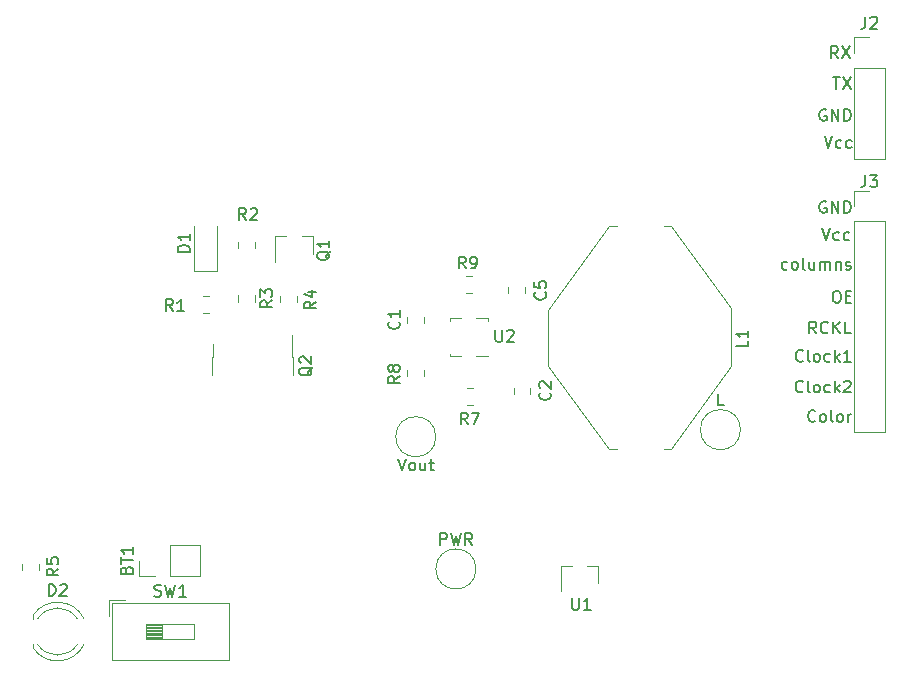
<source format=gbr>
G04 #@! TF.GenerationSoftware,KiCad,Pcbnew,(5.1.5)-3*
G04 #@! TF.CreationDate,2020-12-11T17:28:03+02:00*
G04 #@! TF.ProjectId,led_02,6c65645f-3032-42e6-9b69-6361645f7063,rev?*
G04 #@! TF.SameCoordinates,Original*
G04 #@! TF.FileFunction,Legend,Top*
G04 #@! TF.FilePolarity,Positive*
%FSLAX46Y46*%
G04 Gerber Fmt 4.6, Leading zero omitted, Abs format (unit mm)*
G04 Created by KiCad (PCBNEW (5.1.5)-3) date 2020-12-11 17:28:03*
%MOMM*%
%LPD*%
G04 APERTURE LIST*
%ADD10C,0.150000*%
%ADD11C,0.120000*%
G04 APERTURE END LIST*
D10*
X78209523Y-21052380D02*
X78542857Y-22052380D01*
X78876190Y-21052380D01*
X79638095Y-22004761D02*
X79542857Y-22052380D01*
X79352380Y-22052380D01*
X79257142Y-22004761D01*
X79209523Y-21957142D01*
X79161904Y-21861904D01*
X79161904Y-21576190D01*
X79209523Y-21480952D01*
X79257142Y-21433333D01*
X79352380Y-21385714D01*
X79542857Y-21385714D01*
X79638095Y-21433333D01*
X80495238Y-22004761D02*
X80400000Y-22052380D01*
X80209523Y-22052380D01*
X80114285Y-22004761D01*
X80066666Y-21957142D01*
X80019047Y-21861904D01*
X80019047Y-21576190D01*
X80066666Y-21480952D01*
X80114285Y-21433333D01*
X80209523Y-21385714D01*
X80400000Y-21385714D01*
X80495238Y-21433333D01*
X78338095Y-18800000D02*
X78242857Y-18752380D01*
X78100000Y-18752380D01*
X77957142Y-18800000D01*
X77861904Y-18895238D01*
X77814285Y-18990476D01*
X77766666Y-19180952D01*
X77766666Y-19323809D01*
X77814285Y-19514285D01*
X77861904Y-19609523D01*
X77957142Y-19704761D01*
X78100000Y-19752380D01*
X78195238Y-19752380D01*
X78338095Y-19704761D01*
X78385714Y-19657142D01*
X78385714Y-19323809D01*
X78195238Y-19323809D01*
X78814285Y-19752380D02*
X78814285Y-18752380D01*
X79385714Y-19752380D01*
X79385714Y-18752380D01*
X79861904Y-19752380D02*
X79861904Y-18752380D01*
X80100000Y-18752380D01*
X80242857Y-18800000D01*
X80338095Y-18895238D01*
X80385714Y-18990476D01*
X80433333Y-19180952D01*
X80433333Y-19323809D01*
X80385714Y-19514285D01*
X80338095Y-19609523D01*
X80242857Y-19704761D01*
X80100000Y-19752380D01*
X79861904Y-19752380D01*
X78938095Y-16052380D02*
X79509523Y-16052380D01*
X79223809Y-17052380D02*
X79223809Y-16052380D01*
X79747619Y-16052380D02*
X80414285Y-17052380D01*
X80414285Y-16052380D02*
X79747619Y-17052380D01*
X79333333Y-14452380D02*
X79000000Y-13976190D01*
X78761904Y-14452380D02*
X78761904Y-13452380D01*
X79142857Y-13452380D01*
X79238095Y-13500000D01*
X79285714Y-13547619D01*
X79333333Y-13642857D01*
X79333333Y-13785714D01*
X79285714Y-13880952D01*
X79238095Y-13928571D01*
X79142857Y-13976190D01*
X78761904Y-13976190D01*
X79666666Y-13452380D02*
X80333333Y-14452380D01*
X80333333Y-13452380D02*
X79666666Y-14452380D01*
X77433333Y-45157142D02*
X77385714Y-45204761D01*
X77242857Y-45252380D01*
X77147619Y-45252380D01*
X77004761Y-45204761D01*
X76909523Y-45109523D01*
X76861904Y-45014285D01*
X76814285Y-44823809D01*
X76814285Y-44680952D01*
X76861904Y-44490476D01*
X76909523Y-44395238D01*
X77004761Y-44300000D01*
X77147619Y-44252380D01*
X77242857Y-44252380D01*
X77385714Y-44300000D01*
X77433333Y-44347619D01*
X78004761Y-45252380D02*
X77909523Y-45204761D01*
X77861904Y-45157142D01*
X77814285Y-45061904D01*
X77814285Y-44776190D01*
X77861904Y-44680952D01*
X77909523Y-44633333D01*
X78004761Y-44585714D01*
X78147619Y-44585714D01*
X78242857Y-44633333D01*
X78290476Y-44680952D01*
X78338095Y-44776190D01*
X78338095Y-45061904D01*
X78290476Y-45157142D01*
X78242857Y-45204761D01*
X78147619Y-45252380D01*
X78004761Y-45252380D01*
X78909523Y-45252380D02*
X78814285Y-45204761D01*
X78766666Y-45109523D01*
X78766666Y-44252380D01*
X79433333Y-45252380D02*
X79338095Y-45204761D01*
X79290476Y-45157142D01*
X79242857Y-45061904D01*
X79242857Y-44776190D01*
X79290476Y-44680952D01*
X79338095Y-44633333D01*
X79433333Y-44585714D01*
X79576190Y-44585714D01*
X79671428Y-44633333D01*
X79719047Y-44680952D01*
X79766666Y-44776190D01*
X79766666Y-45061904D01*
X79719047Y-45157142D01*
X79671428Y-45204761D01*
X79576190Y-45252380D01*
X79433333Y-45252380D01*
X80195238Y-45252380D02*
X80195238Y-44585714D01*
X80195238Y-44776190D02*
X80242857Y-44680952D01*
X80290476Y-44633333D01*
X80385714Y-44585714D01*
X80480952Y-44585714D01*
X76385714Y-42657142D02*
X76338095Y-42704761D01*
X76195238Y-42752380D01*
X76100000Y-42752380D01*
X75957142Y-42704761D01*
X75861904Y-42609523D01*
X75814285Y-42514285D01*
X75766666Y-42323809D01*
X75766666Y-42180952D01*
X75814285Y-41990476D01*
X75861904Y-41895238D01*
X75957142Y-41800000D01*
X76100000Y-41752380D01*
X76195238Y-41752380D01*
X76338095Y-41800000D01*
X76385714Y-41847619D01*
X76957142Y-42752380D02*
X76861904Y-42704761D01*
X76814285Y-42609523D01*
X76814285Y-41752380D01*
X77480952Y-42752380D02*
X77385714Y-42704761D01*
X77338095Y-42657142D01*
X77290476Y-42561904D01*
X77290476Y-42276190D01*
X77338095Y-42180952D01*
X77385714Y-42133333D01*
X77480952Y-42085714D01*
X77623809Y-42085714D01*
X77719047Y-42133333D01*
X77766666Y-42180952D01*
X77814285Y-42276190D01*
X77814285Y-42561904D01*
X77766666Y-42657142D01*
X77719047Y-42704761D01*
X77623809Y-42752380D01*
X77480952Y-42752380D01*
X78671428Y-42704761D02*
X78576190Y-42752380D01*
X78385714Y-42752380D01*
X78290476Y-42704761D01*
X78242857Y-42657142D01*
X78195238Y-42561904D01*
X78195238Y-42276190D01*
X78242857Y-42180952D01*
X78290476Y-42133333D01*
X78385714Y-42085714D01*
X78576190Y-42085714D01*
X78671428Y-42133333D01*
X79100000Y-42752380D02*
X79100000Y-41752380D01*
X79195238Y-42371428D02*
X79480952Y-42752380D01*
X79480952Y-42085714D02*
X79100000Y-42466666D01*
X79861904Y-41847619D02*
X79909523Y-41800000D01*
X80004761Y-41752380D01*
X80242857Y-41752380D01*
X80338095Y-41800000D01*
X80385714Y-41847619D01*
X80433333Y-41942857D01*
X80433333Y-42038095D01*
X80385714Y-42180952D01*
X79814285Y-42752380D01*
X80433333Y-42752380D01*
X76385714Y-40057142D02*
X76338095Y-40104761D01*
X76195238Y-40152380D01*
X76100000Y-40152380D01*
X75957142Y-40104761D01*
X75861904Y-40009523D01*
X75814285Y-39914285D01*
X75766666Y-39723809D01*
X75766666Y-39580952D01*
X75814285Y-39390476D01*
X75861904Y-39295238D01*
X75957142Y-39200000D01*
X76100000Y-39152380D01*
X76195238Y-39152380D01*
X76338095Y-39200000D01*
X76385714Y-39247619D01*
X76957142Y-40152380D02*
X76861904Y-40104761D01*
X76814285Y-40009523D01*
X76814285Y-39152380D01*
X77480952Y-40152380D02*
X77385714Y-40104761D01*
X77338095Y-40057142D01*
X77290476Y-39961904D01*
X77290476Y-39676190D01*
X77338095Y-39580952D01*
X77385714Y-39533333D01*
X77480952Y-39485714D01*
X77623809Y-39485714D01*
X77719047Y-39533333D01*
X77766666Y-39580952D01*
X77814285Y-39676190D01*
X77814285Y-39961904D01*
X77766666Y-40057142D01*
X77719047Y-40104761D01*
X77623809Y-40152380D01*
X77480952Y-40152380D01*
X78671428Y-40104761D02*
X78576190Y-40152380D01*
X78385714Y-40152380D01*
X78290476Y-40104761D01*
X78242857Y-40057142D01*
X78195238Y-39961904D01*
X78195238Y-39676190D01*
X78242857Y-39580952D01*
X78290476Y-39533333D01*
X78385714Y-39485714D01*
X78576190Y-39485714D01*
X78671428Y-39533333D01*
X79100000Y-40152380D02*
X79100000Y-39152380D01*
X79195238Y-39771428D02*
X79480952Y-40152380D01*
X79480952Y-39485714D02*
X79100000Y-39866666D01*
X80433333Y-40152380D02*
X79861904Y-40152380D01*
X80147619Y-40152380D02*
X80147619Y-39152380D01*
X80052380Y-39295238D01*
X79957142Y-39390476D01*
X79861904Y-39438095D01*
X77504761Y-37752380D02*
X77171428Y-37276190D01*
X76933333Y-37752380D02*
X76933333Y-36752380D01*
X77314285Y-36752380D01*
X77409523Y-36800000D01*
X77457142Y-36847619D01*
X77504761Y-36942857D01*
X77504761Y-37085714D01*
X77457142Y-37180952D01*
X77409523Y-37228571D01*
X77314285Y-37276190D01*
X76933333Y-37276190D01*
X78504761Y-37657142D02*
X78457142Y-37704761D01*
X78314285Y-37752380D01*
X78219047Y-37752380D01*
X78076190Y-37704761D01*
X77980952Y-37609523D01*
X77933333Y-37514285D01*
X77885714Y-37323809D01*
X77885714Y-37180952D01*
X77933333Y-36990476D01*
X77980952Y-36895238D01*
X78076190Y-36800000D01*
X78219047Y-36752380D01*
X78314285Y-36752380D01*
X78457142Y-36800000D01*
X78504761Y-36847619D01*
X78933333Y-37752380D02*
X78933333Y-36752380D01*
X79504761Y-37752380D02*
X79076190Y-37180952D01*
X79504761Y-36752380D02*
X78933333Y-37323809D01*
X80409523Y-37752380D02*
X79933333Y-37752380D01*
X79933333Y-36752380D01*
X79152380Y-34152380D02*
X79342857Y-34152380D01*
X79438095Y-34200000D01*
X79533333Y-34295238D01*
X79580952Y-34485714D01*
X79580952Y-34819047D01*
X79533333Y-35009523D01*
X79438095Y-35104761D01*
X79342857Y-35152380D01*
X79152380Y-35152380D01*
X79057142Y-35104761D01*
X78961904Y-35009523D01*
X78914285Y-34819047D01*
X78914285Y-34485714D01*
X78961904Y-34295238D01*
X79057142Y-34200000D01*
X79152380Y-34152380D01*
X80009523Y-34628571D02*
X80342857Y-34628571D01*
X80485714Y-35152380D02*
X80009523Y-35152380D01*
X80009523Y-34152380D01*
X80485714Y-34152380D01*
X75047619Y-32304761D02*
X74952380Y-32352380D01*
X74761904Y-32352380D01*
X74666666Y-32304761D01*
X74619047Y-32257142D01*
X74571428Y-32161904D01*
X74571428Y-31876190D01*
X74619047Y-31780952D01*
X74666666Y-31733333D01*
X74761904Y-31685714D01*
X74952380Y-31685714D01*
X75047619Y-31733333D01*
X75619047Y-32352380D02*
X75523809Y-32304761D01*
X75476190Y-32257142D01*
X75428571Y-32161904D01*
X75428571Y-31876190D01*
X75476190Y-31780952D01*
X75523809Y-31733333D01*
X75619047Y-31685714D01*
X75761904Y-31685714D01*
X75857142Y-31733333D01*
X75904761Y-31780952D01*
X75952380Y-31876190D01*
X75952380Y-32161904D01*
X75904761Y-32257142D01*
X75857142Y-32304761D01*
X75761904Y-32352380D01*
X75619047Y-32352380D01*
X76523809Y-32352380D02*
X76428571Y-32304761D01*
X76380952Y-32209523D01*
X76380952Y-31352380D01*
X77333333Y-31685714D02*
X77333333Y-32352380D01*
X76904761Y-31685714D02*
X76904761Y-32209523D01*
X76952380Y-32304761D01*
X77047619Y-32352380D01*
X77190476Y-32352380D01*
X77285714Y-32304761D01*
X77333333Y-32257142D01*
X77809523Y-32352380D02*
X77809523Y-31685714D01*
X77809523Y-31780952D02*
X77857142Y-31733333D01*
X77952380Y-31685714D01*
X78095238Y-31685714D01*
X78190476Y-31733333D01*
X78238095Y-31828571D01*
X78238095Y-32352380D01*
X78238095Y-31828571D02*
X78285714Y-31733333D01*
X78380952Y-31685714D01*
X78523809Y-31685714D01*
X78619047Y-31733333D01*
X78666666Y-31828571D01*
X78666666Y-32352380D01*
X79142857Y-31685714D02*
X79142857Y-32352380D01*
X79142857Y-31780952D02*
X79190476Y-31733333D01*
X79285714Y-31685714D01*
X79428571Y-31685714D01*
X79523809Y-31733333D01*
X79571428Y-31828571D01*
X79571428Y-32352380D01*
X80000000Y-32304761D02*
X80095238Y-32352380D01*
X80285714Y-32352380D01*
X80380952Y-32304761D01*
X80428571Y-32209523D01*
X80428571Y-32161904D01*
X80380952Y-32066666D01*
X80285714Y-32019047D01*
X80142857Y-32019047D01*
X80047619Y-31971428D01*
X80000000Y-31876190D01*
X80000000Y-31828571D01*
X80047619Y-31733333D01*
X80142857Y-31685714D01*
X80285714Y-31685714D01*
X80380952Y-31733333D01*
X78009523Y-28852380D02*
X78342857Y-29852380D01*
X78676190Y-28852380D01*
X79438095Y-29804761D02*
X79342857Y-29852380D01*
X79152380Y-29852380D01*
X79057142Y-29804761D01*
X79009523Y-29757142D01*
X78961904Y-29661904D01*
X78961904Y-29376190D01*
X79009523Y-29280952D01*
X79057142Y-29233333D01*
X79152380Y-29185714D01*
X79342857Y-29185714D01*
X79438095Y-29233333D01*
X80295238Y-29804761D02*
X80200000Y-29852380D01*
X80009523Y-29852380D01*
X79914285Y-29804761D01*
X79866666Y-29757142D01*
X79819047Y-29661904D01*
X79819047Y-29376190D01*
X79866666Y-29280952D01*
X79914285Y-29233333D01*
X80009523Y-29185714D01*
X80200000Y-29185714D01*
X80295238Y-29233333D01*
X78338095Y-26600000D02*
X78242857Y-26552380D01*
X78100000Y-26552380D01*
X77957142Y-26600000D01*
X77861904Y-26695238D01*
X77814285Y-26790476D01*
X77766666Y-26980952D01*
X77766666Y-27123809D01*
X77814285Y-27314285D01*
X77861904Y-27409523D01*
X77957142Y-27504761D01*
X78100000Y-27552380D01*
X78195238Y-27552380D01*
X78338095Y-27504761D01*
X78385714Y-27457142D01*
X78385714Y-27123809D01*
X78195238Y-27123809D01*
X78814285Y-27552380D02*
X78814285Y-26552380D01*
X79385714Y-27552380D01*
X79385714Y-26552380D01*
X79861904Y-27552380D02*
X79861904Y-26552380D01*
X80100000Y-26552380D01*
X80242857Y-26600000D01*
X80338095Y-26695238D01*
X80385714Y-26790476D01*
X80433333Y-26980952D01*
X80433333Y-27123809D01*
X80385714Y-27314285D01*
X80338095Y-27409523D01*
X80242857Y-27504761D01*
X80100000Y-27552380D01*
X79861904Y-27552380D01*
D11*
X59030000Y-57440000D02*
X59030000Y-58900000D01*
X55870000Y-57440000D02*
X55870000Y-59600000D01*
X55870000Y-57440000D02*
X56800000Y-57440000D01*
X59030000Y-57440000D02*
X58100000Y-57440000D01*
X25370000Y-58330000D02*
X25370000Y-55670000D01*
X22770000Y-58330000D02*
X25370000Y-58330000D01*
X22770000Y-55670000D02*
X25370000Y-55670000D01*
X22770000Y-58330000D02*
X22770000Y-55670000D01*
X21500000Y-58330000D02*
X20170000Y-58330000D01*
X20170000Y-58330000D02*
X20170000Y-57000000D01*
X24800000Y-32500000D02*
X26800000Y-32500000D01*
X26800000Y-32500000D02*
X26800000Y-28650000D01*
X24800000Y-32500000D02*
X24800000Y-28650000D01*
X80670000Y-22950000D02*
X83330000Y-22950000D01*
X80670000Y-15270000D02*
X80670000Y-22950000D01*
X83330000Y-15270000D02*
X83330000Y-22950000D01*
X80670000Y-15270000D02*
X83330000Y-15270000D01*
X80670000Y-14000000D02*
X80670000Y-12670000D01*
X80670000Y-12670000D02*
X82000000Y-12670000D01*
X80670000Y-46110000D02*
X83330000Y-46110000D01*
X80670000Y-28270000D02*
X80670000Y-46110000D01*
X83330000Y-28270000D02*
X83330000Y-46110000D01*
X80670000Y-28270000D02*
X83330000Y-28270000D01*
X80670000Y-27000000D02*
X80670000Y-25670000D01*
X80670000Y-25670000D02*
X82000000Y-25670000D01*
X34880000Y-29540000D02*
X33950000Y-29540000D01*
X31720000Y-29540000D02*
X32650000Y-29540000D01*
X31720000Y-29540000D02*
X31720000Y-31700000D01*
X34880000Y-29540000D02*
X34880000Y-31000000D01*
X33250000Y-41250000D02*
X33250000Y-39750000D01*
X33250000Y-39750000D02*
X33150000Y-39750000D01*
X33150000Y-39750000D02*
X33150000Y-37850000D01*
X26350000Y-41250000D02*
X26350000Y-39750000D01*
X26350000Y-39750000D02*
X26450000Y-39750000D01*
X26450000Y-39750000D02*
X26450000Y-38650000D01*
X26121078Y-36010000D02*
X25603922Y-36010000D01*
X26121078Y-34590000D02*
X25603922Y-34590000D01*
X30010000Y-30558578D02*
X30010000Y-30041422D01*
X28590000Y-30558578D02*
X28590000Y-30041422D01*
X30010000Y-34541422D02*
X30010000Y-35058578D01*
X28590000Y-34541422D02*
X28590000Y-35058578D01*
X33510000Y-35121078D02*
X33510000Y-34603922D01*
X32090000Y-35121078D02*
X32090000Y-34603922D01*
X17860000Y-60580000D02*
X27760000Y-60580000D01*
X17860000Y-65420000D02*
X27760000Y-65420000D01*
X17860000Y-60580000D02*
X17860000Y-65420000D01*
X27760000Y-60580000D02*
X27760000Y-65420000D01*
X17620000Y-60340000D02*
X19004000Y-60340000D01*
X17620000Y-60340000D02*
X17620000Y-61723000D01*
X20780000Y-62365000D02*
X20780000Y-63635000D01*
X20780000Y-63635000D02*
X24840000Y-63635000D01*
X24840000Y-63635000D02*
X24840000Y-62365000D01*
X24840000Y-62365000D02*
X20780000Y-62365000D01*
X20780000Y-62485000D02*
X22133333Y-62485000D01*
X20780000Y-62605000D02*
X22133333Y-62605000D01*
X20780000Y-62725000D02*
X22133333Y-62725000D01*
X20780000Y-62845000D02*
X22133333Y-62845000D01*
X20780000Y-62965000D02*
X22133333Y-62965000D01*
X20780000Y-63085000D02*
X22133333Y-63085000D01*
X20780000Y-63205000D02*
X22133333Y-63205000D01*
X20780000Y-63325000D02*
X22133333Y-63325000D01*
X20780000Y-63445000D02*
X22133333Y-63445000D01*
X20780000Y-63565000D02*
X22133333Y-63565000D01*
X22133333Y-62365000D02*
X22133333Y-63635000D01*
X15513242Y-61919276D02*
G75*
G03X11210000Y-61601251I-2243242J-1080724D01*
G01*
X15513242Y-64080724D02*
G75*
G02X11210000Y-64398749I-2243242J1080724D01*
G01*
X14952713Y-61919039D02*
G75*
G03X11586670Y-61920000I-1682713J-1080961D01*
G01*
X14952713Y-64080961D02*
G75*
G02X11586670Y-64080000I-1682713J1080961D01*
G01*
X11210000Y-61601000D02*
X11210000Y-61920000D01*
X11210000Y-64080000D02*
X11210000Y-64399000D01*
X44310000Y-36858578D02*
X44310000Y-36341422D01*
X42890000Y-36858578D02*
X42890000Y-36341422D01*
X53310000Y-42341422D02*
X53310000Y-42858578D01*
X51890000Y-42341422D02*
X51890000Y-42858578D01*
X52810000Y-33841422D02*
X52810000Y-34358578D01*
X51390000Y-33841422D02*
X51390000Y-34358578D01*
X64600000Y-28700000D02*
X65200000Y-28700000D01*
X65200000Y-28700000D02*
X70300000Y-35600000D01*
X70300000Y-35600000D02*
X70300000Y-40500000D01*
X70300000Y-40500000D02*
X65200000Y-47500000D01*
X60000000Y-28700000D02*
X60600000Y-28700000D01*
X64600000Y-47500000D02*
X65200000Y-47500000D01*
X54800000Y-35800000D02*
X54800000Y-40500000D01*
X54800000Y-40500000D02*
X60000000Y-47500000D01*
X60000000Y-28700000D02*
X54800000Y-35800000D01*
X60000000Y-47500000D02*
X60600000Y-47500000D01*
X11710000Y-57758578D02*
X11710000Y-57241422D01*
X10290000Y-57758578D02*
X10290000Y-57241422D01*
X48421078Y-42390000D02*
X47903922Y-42390000D01*
X48421078Y-43810000D02*
X47903922Y-43810000D01*
X42890000Y-41358578D02*
X42890000Y-40841422D01*
X44310000Y-41358578D02*
X44310000Y-40841422D01*
X48358578Y-34310000D02*
X47841422Y-34310000D01*
X48358578Y-32890000D02*
X47841422Y-32890000D01*
X49710000Y-36720000D02*
X49710000Y-36490000D01*
X49710000Y-36490000D02*
X48735000Y-36490000D01*
X46490000Y-36720000D02*
X46490000Y-36490000D01*
X47465000Y-36490000D02*
X46490000Y-36490000D01*
X47465000Y-39710000D02*
X46490000Y-39710000D01*
X46490000Y-39710000D02*
X46490000Y-39480000D01*
X49740000Y-39710000D02*
X48735000Y-39710000D01*
X71100000Y-45900000D02*
G75*
G03X71100000Y-45900000I-1700000J0D01*
G01*
X48700000Y-57700000D02*
G75*
G03X48700000Y-57700000I-1700000J0D01*
G01*
X45300000Y-46500000D02*
G75*
G03X45300000Y-46500000I-1700000J0D01*
G01*
D10*
X56838095Y-60152380D02*
X56838095Y-60961904D01*
X56885714Y-61057142D01*
X56933333Y-61104761D01*
X57028571Y-61152380D01*
X57219047Y-61152380D01*
X57314285Y-61104761D01*
X57361904Y-61057142D01*
X57409523Y-60961904D01*
X57409523Y-60152380D01*
X58409523Y-61152380D02*
X57838095Y-61152380D01*
X58123809Y-61152380D02*
X58123809Y-60152380D01*
X58028571Y-60295238D01*
X57933333Y-60390476D01*
X57838095Y-60438095D01*
X19098571Y-57785714D02*
X19146190Y-57642857D01*
X19193809Y-57595238D01*
X19289047Y-57547619D01*
X19431904Y-57547619D01*
X19527142Y-57595238D01*
X19574761Y-57642857D01*
X19622380Y-57738095D01*
X19622380Y-58119047D01*
X18622380Y-58119047D01*
X18622380Y-57785714D01*
X18670000Y-57690476D01*
X18717619Y-57642857D01*
X18812857Y-57595238D01*
X18908095Y-57595238D01*
X19003333Y-57642857D01*
X19050952Y-57690476D01*
X19098571Y-57785714D01*
X19098571Y-58119047D01*
X18622380Y-57261904D02*
X18622380Y-56690476D01*
X19622380Y-56976190D02*
X18622380Y-56976190D01*
X19622380Y-55833333D02*
X19622380Y-56404761D01*
X19622380Y-56119047D02*
X18622380Y-56119047D01*
X18765238Y-56214285D01*
X18860476Y-56309523D01*
X18908095Y-56404761D01*
X24452380Y-30838095D02*
X23452380Y-30838095D01*
X23452380Y-30600000D01*
X23500000Y-30457142D01*
X23595238Y-30361904D01*
X23690476Y-30314285D01*
X23880952Y-30266666D01*
X24023809Y-30266666D01*
X24214285Y-30314285D01*
X24309523Y-30361904D01*
X24404761Y-30457142D01*
X24452380Y-30600000D01*
X24452380Y-30838095D01*
X24452380Y-29314285D02*
X24452380Y-29885714D01*
X24452380Y-29600000D02*
X23452380Y-29600000D01*
X23595238Y-29695238D01*
X23690476Y-29790476D01*
X23738095Y-29885714D01*
X81666666Y-10952380D02*
X81666666Y-11666666D01*
X81619047Y-11809523D01*
X81523809Y-11904761D01*
X81380952Y-11952380D01*
X81285714Y-11952380D01*
X82095238Y-11047619D02*
X82142857Y-11000000D01*
X82238095Y-10952380D01*
X82476190Y-10952380D01*
X82571428Y-11000000D01*
X82619047Y-11047619D01*
X82666666Y-11142857D01*
X82666666Y-11238095D01*
X82619047Y-11380952D01*
X82047619Y-11952380D01*
X82666666Y-11952380D01*
X81666666Y-24352380D02*
X81666666Y-25066666D01*
X81619047Y-25209523D01*
X81523809Y-25304761D01*
X81380952Y-25352380D01*
X81285714Y-25352380D01*
X82047619Y-24352380D02*
X82666666Y-24352380D01*
X82333333Y-24733333D01*
X82476190Y-24733333D01*
X82571428Y-24780952D01*
X82619047Y-24828571D01*
X82666666Y-24923809D01*
X82666666Y-25161904D01*
X82619047Y-25257142D01*
X82571428Y-25304761D01*
X82476190Y-25352380D01*
X82190476Y-25352380D01*
X82095238Y-25304761D01*
X82047619Y-25257142D01*
X36347619Y-30795238D02*
X36300000Y-30890476D01*
X36204761Y-30985714D01*
X36061904Y-31128571D01*
X36014285Y-31223809D01*
X36014285Y-31319047D01*
X36252380Y-31271428D02*
X36204761Y-31366666D01*
X36109523Y-31461904D01*
X35919047Y-31509523D01*
X35585714Y-31509523D01*
X35395238Y-31461904D01*
X35300000Y-31366666D01*
X35252380Y-31271428D01*
X35252380Y-31080952D01*
X35300000Y-30985714D01*
X35395238Y-30890476D01*
X35585714Y-30842857D01*
X35919047Y-30842857D01*
X36109523Y-30890476D01*
X36204761Y-30985714D01*
X36252380Y-31080952D01*
X36252380Y-31271428D01*
X36252380Y-29890476D02*
X36252380Y-30461904D01*
X36252380Y-30176190D02*
X35252380Y-30176190D01*
X35395238Y-30271428D01*
X35490476Y-30366666D01*
X35538095Y-30461904D01*
X34847619Y-40595238D02*
X34800000Y-40690476D01*
X34704761Y-40785714D01*
X34561904Y-40928571D01*
X34514285Y-41023809D01*
X34514285Y-41119047D01*
X34752380Y-41071428D02*
X34704761Y-41166666D01*
X34609523Y-41261904D01*
X34419047Y-41309523D01*
X34085714Y-41309523D01*
X33895238Y-41261904D01*
X33800000Y-41166666D01*
X33752380Y-41071428D01*
X33752380Y-40880952D01*
X33800000Y-40785714D01*
X33895238Y-40690476D01*
X34085714Y-40642857D01*
X34419047Y-40642857D01*
X34609523Y-40690476D01*
X34704761Y-40785714D01*
X34752380Y-40880952D01*
X34752380Y-41071428D01*
X33847619Y-40261904D02*
X33800000Y-40214285D01*
X33752380Y-40119047D01*
X33752380Y-39880952D01*
X33800000Y-39785714D01*
X33847619Y-39738095D01*
X33942857Y-39690476D01*
X34038095Y-39690476D01*
X34180952Y-39738095D01*
X34752380Y-40309523D01*
X34752380Y-39690476D01*
X23033333Y-35852380D02*
X22700000Y-35376190D01*
X22461904Y-35852380D02*
X22461904Y-34852380D01*
X22842857Y-34852380D01*
X22938095Y-34900000D01*
X22985714Y-34947619D01*
X23033333Y-35042857D01*
X23033333Y-35185714D01*
X22985714Y-35280952D01*
X22938095Y-35328571D01*
X22842857Y-35376190D01*
X22461904Y-35376190D01*
X23985714Y-35852380D02*
X23414285Y-35852380D01*
X23700000Y-35852380D02*
X23700000Y-34852380D01*
X23604761Y-34995238D01*
X23509523Y-35090476D01*
X23414285Y-35138095D01*
X29233333Y-28152380D02*
X28900000Y-27676190D01*
X28661904Y-28152380D02*
X28661904Y-27152380D01*
X29042857Y-27152380D01*
X29138095Y-27200000D01*
X29185714Y-27247619D01*
X29233333Y-27342857D01*
X29233333Y-27485714D01*
X29185714Y-27580952D01*
X29138095Y-27628571D01*
X29042857Y-27676190D01*
X28661904Y-27676190D01*
X29614285Y-27247619D02*
X29661904Y-27200000D01*
X29757142Y-27152380D01*
X29995238Y-27152380D01*
X30090476Y-27200000D01*
X30138095Y-27247619D01*
X30185714Y-27342857D01*
X30185714Y-27438095D01*
X30138095Y-27580952D01*
X29566666Y-28152380D01*
X30185714Y-28152380D01*
X31452380Y-34966666D02*
X30976190Y-35300000D01*
X31452380Y-35538095D02*
X30452380Y-35538095D01*
X30452380Y-35157142D01*
X30500000Y-35061904D01*
X30547619Y-35014285D01*
X30642857Y-34966666D01*
X30785714Y-34966666D01*
X30880952Y-35014285D01*
X30928571Y-35061904D01*
X30976190Y-35157142D01*
X30976190Y-35538095D01*
X30452380Y-34633333D02*
X30452380Y-34014285D01*
X30833333Y-34347619D01*
X30833333Y-34204761D01*
X30880952Y-34109523D01*
X30928571Y-34061904D01*
X31023809Y-34014285D01*
X31261904Y-34014285D01*
X31357142Y-34061904D01*
X31404761Y-34109523D01*
X31452380Y-34204761D01*
X31452380Y-34490476D01*
X31404761Y-34585714D01*
X31357142Y-34633333D01*
X35152380Y-35066666D02*
X34676190Y-35400000D01*
X35152380Y-35638095D02*
X34152380Y-35638095D01*
X34152380Y-35257142D01*
X34200000Y-35161904D01*
X34247619Y-35114285D01*
X34342857Y-35066666D01*
X34485714Y-35066666D01*
X34580952Y-35114285D01*
X34628571Y-35161904D01*
X34676190Y-35257142D01*
X34676190Y-35638095D01*
X34485714Y-34209523D02*
X35152380Y-34209523D01*
X34104761Y-34447619D02*
X34819047Y-34685714D01*
X34819047Y-34066666D01*
X21476666Y-59984761D02*
X21619523Y-60032380D01*
X21857619Y-60032380D01*
X21952857Y-59984761D01*
X22000476Y-59937142D01*
X22048095Y-59841904D01*
X22048095Y-59746666D01*
X22000476Y-59651428D01*
X21952857Y-59603809D01*
X21857619Y-59556190D01*
X21667142Y-59508571D01*
X21571904Y-59460952D01*
X21524285Y-59413333D01*
X21476666Y-59318095D01*
X21476666Y-59222857D01*
X21524285Y-59127619D01*
X21571904Y-59080000D01*
X21667142Y-59032380D01*
X21905238Y-59032380D01*
X22048095Y-59080000D01*
X22381428Y-59032380D02*
X22619523Y-60032380D01*
X22810000Y-59318095D01*
X23000476Y-60032380D01*
X23238571Y-59032380D01*
X24143333Y-60032380D02*
X23571904Y-60032380D01*
X23857619Y-60032380D02*
X23857619Y-59032380D01*
X23762380Y-59175238D01*
X23667142Y-59270476D01*
X23571904Y-59318095D01*
X12531904Y-59992380D02*
X12531904Y-58992380D01*
X12770000Y-58992380D01*
X12912857Y-59040000D01*
X13008095Y-59135238D01*
X13055714Y-59230476D01*
X13103333Y-59420952D01*
X13103333Y-59563809D01*
X13055714Y-59754285D01*
X13008095Y-59849523D01*
X12912857Y-59944761D01*
X12770000Y-59992380D01*
X12531904Y-59992380D01*
X13484285Y-59087619D02*
X13531904Y-59040000D01*
X13627142Y-58992380D01*
X13865238Y-58992380D01*
X13960476Y-59040000D01*
X14008095Y-59087619D01*
X14055714Y-59182857D01*
X14055714Y-59278095D01*
X14008095Y-59420952D01*
X13436666Y-59992380D01*
X14055714Y-59992380D01*
X42157142Y-36766666D02*
X42204761Y-36814285D01*
X42252380Y-36957142D01*
X42252380Y-37052380D01*
X42204761Y-37195238D01*
X42109523Y-37290476D01*
X42014285Y-37338095D01*
X41823809Y-37385714D01*
X41680952Y-37385714D01*
X41490476Y-37338095D01*
X41395238Y-37290476D01*
X41300000Y-37195238D01*
X41252380Y-37052380D01*
X41252380Y-36957142D01*
X41300000Y-36814285D01*
X41347619Y-36766666D01*
X42252380Y-35814285D02*
X42252380Y-36385714D01*
X42252380Y-36100000D02*
X41252380Y-36100000D01*
X41395238Y-36195238D01*
X41490476Y-36290476D01*
X41538095Y-36385714D01*
X54957142Y-42766666D02*
X55004761Y-42814285D01*
X55052380Y-42957142D01*
X55052380Y-43052380D01*
X55004761Y-43195238D01*
X54909523Y-43290476D01*
X54814285Y-43338095D01*
X54623809Y-43385714D01*
X54480952Y-43385714D01*
X54290476Y-43338095D01*
X54195238Y-43290476D01*
X54100000Y-43195238D01*
X54052380Y-43052380D01*
X54052380Y-42957142D01*
X54100000Y-42814285D01*
X54147619Y-42766666D01*
X54147619Y-42385714D02*
X54100000Y-42338095D01*
X54052380Y-42242857D01*
X54052380Y-42004761D01*
X54100000Y-41909523D01*
X54147619Y-41861904D01*
X54242857Y-41814285D01*
X54338095Y-41814285D01*
X54480952Y-41861904D01*
X55052380Y-42433333D01*
X55052380Y-41814285D01*
X54557142Y-34266666D02*
X54604761Y-34314285D01*
X54652380Y-34457142D01*
X54652380Y-34552380D01*
X54604761Y-34695238D01*
X54509523Y-34790476D01*
X54414285Y-34838095D01*
X54223809Y-34885714D01*
X54080952Y-34885714D01*
X53890476Y-34838095D01*
X53795238Y-34790476D01*
X53700000Y-34695238D01*
X53652380Y-34552380D01*
X53652380Y-34457142D01*
X53700000Y-34314285D01*
X53747619Y-34266666D01*
X53652380Y-33361904D02*
X53652380Y-33838095D01*
X54128571Y-33885714D01*
X54080952Y-33838095D01*
X54033333Y-33742857D01*
X54033333Y-33504761D01*
X54080952Y-33409523D01*
X54128571Y-33361904D01*
X54223809Y-33314285D01*
X54461904Y-33314285D01*
X54557142Y-33361904D01*
X54604761Y-33409523D01*
X54652380Y-33504761D01*
X54652380Y-33742857D01*
X54604761Y-33838095D01*
X54557142Y-33885714D01*
X71752380Y-38366666D02*
X71752380Y-38842857D01*
X70752380Y-38842857D01*
X71752380Y-37509523D02*
X71752380Y-38080952D01*
X71752380Y-37795238D02*
X70752380Y-37795238D01*
X70895238Y-37890476D01*
X70990476Y-37985714D01*
X71038095Y-38080952D01*
X13352380Y-57666666D02*
X12876190Y-58000000D01*
X13352380Y-58238095D02*
X12352380Y-58238095D01*
X12352380Y-57857142D01*
X12400000Y-57761904D01*
X12447619Y-57714285D01*
X12542857Y-57666666D01*
X12685714Y-57666666D01*
X12780952Y-57714285D01*
X12828571Y-57761904D01*
X12876190Y-57857142D01*
X12876190Y-58238095D01*
X12352380Y-56761904D02*
X12352380Y-57238095D01*
X12828571Y-57285714D01*
X12780952Y-57238095D01*
X12733333Y-57142857D01*
X12733333Y-56904761D01*
X12780952Y-56809523D01*
X12828571Y-56761904D01*
X12923809Y-56714285D01*
X13161904Y-56714285D01*
X13257142Y-56761904D01*
X13304761Y-56809523D01*
X13352380Y-56904761D01*
X13352380Y-57142857D01*
X13304761Y-57238095D01*
X13257142Y-57285714D01*
X47995833Y-45452380D02*
X47662500Y-44976190D01*
X47424404Y-45452380D02*
X47424404Y-44452380D01*
X47805357Y-44452380D01*
X47900595Y-44500000D01*
X47948214Y-44547619D01*
X47995833Y-44642857D01*
X47995833Y-44785714D01*
X47948214Y-44880952D01*
X47900595Y-44928571D01*
X47805357Y-44976190D01*
X47424404Y-44976190D01*
X48329166Y-44452380D02*
X48995833Y-44452380D01*
X48567261Y-45452380D01*
X42252380Y-41366666D02*
X41776190Y-41700000D01*
X42252380Y-41938095D02*
X41252380Y-41938095D01*
X41252380Y-41557142D01*
X41300000Y-41461904D01*
X41347619Y-41414285D01*
X41442857Y-41366666D01*
X41585714Y-41366666D01*
X41680952Y-41414285D01*
X41728571Y-41461904D01*
X41776190Y-41557142D01*
X41776190Y-41938095D01*
X41680952Y-40795238D02*
X41633333Y-40890476D01*
X41585714Y-40938095D01*
X41490476Y-40985714D01*
X41442857Y-40985714D01*
X41347619Y-40938095D01*
X41300000Y-40890476D01*
X41252380Y-40795238D01*
X41252380Y-40604761D01*
X41300000Y-40509523D01*
X41347619Y-40461904D01*
X41442857Y-40414285D01*
X41490476Y-40414285D01*
X41585714Y-40461904D01*
X41633333Y-40509523D01*
X41680952Y-40604761D01*
X41680952Y-40795238D01*
X41728571Y-40890476D01*
X41776190Y-40938095D01*
X41871428Y-40985714D01*
X42061904Y-40985714D01*
X42157142Y-40938095D01*
X42204761Y-40890476D01*
X42252380Y-40795238D01*
X42252380Y-40604761D01*
X42204761Y-40509523D01*
X42157142Y-40461904D01*
X42061904Y-40414285D01*
X41871428Y-40414285D01*
X41776190Y-40461904D01*
X41728571Y-40509523D01*
X41680952Y-40604761D01*
X47833333Y-32252380D02*
X47500000Y-31776190D01*
X47261904Y-32252380D02*
X47261904Y-31252380D01*
X47642857Y-31252380D01*
X47738095Y-31300000D01*
X47785714Y-31347619D01*
X47833333Y-31442857D01*
X47833333Y-31585714D01*
X47785714Y-31680952D01*
X47738095Y-31728571D01*
X47642857Y-31776190D01*
X47261904Y-31776190D01*
X48309523Y-32252380D02*
X48500000Y-32252380D01*
X48595238Y-32204761D01*
X48642857Y-32157142D01*
X48738095Y-32014285D01*
X48785714Y-31823809D01*
X48785714Y-31442857D01*
X48738095Y-31347619D01*
X48690476Y-31300000D01*
X48595238Y-31252380D01*
X48404761Y-31252380D01*
X48309523Y-31300000D01*
X48261904Y-31347619D01*
X48214285Y-31442857D01*
X48214285Y-31680952D01*
X48261904Y-31776190D01*
X48309523Y-31823809D01*
X48404761Y-31871428D01*
X48595238Y-31871428D01*
X48690476Y-31823809D01*
X48738095Y-31776190D01*
X48785714Y-31680952D01*
X50338095Y-37452380D02*
X50338095Y-38261904D01*
X50385714Y-38357142D01*
X50433333Y-38404761D01*
X50528571Y-38452380D01*
X50719047Y-38452380D01*
X50814285Y-38404761D01*
X50861904Y-38357142D01*
X50909523Y-38261904D01*
X50909523Y-37452380D01*
X51338095Y-37547619D02*
X51385714Y-37500000D01*
X51480952Y-37452380D01*
X51719047Y-37452380D01*
X51814285Y-37500000D01*
X51861904Y-37547619D01*
X51909523Y-37642857D01*
X51909523Y-37738095D01*
X51861904Y-37880952D01*
X51290476Y-38452380D01*
X51909523Y-38452380D01*
X69709523Y-43854380D02*
X69233333Y-43854380D01*
X69233333Y-42854380D01*
X45666666Y-55652380D02*
X45666666Y-54652380D01*
X46047619Y-54652380D01*
X46142857Y-54700000D01*
X46190476Y-54747619D01*
X46238095Y-54842857D01*
X46238095Y-54985714D01*
X46190476Y-55080952D01*
X46142857Y-55128571D01*
X46047619Y-55176190D01*
X45666666Y-55176190D01*
X46571428Y-54652380D02*
X46809523Y-55652380D01*
X47000000Y-54938095D01*
X47190476Y-55652380D01*
X47428571Y-54652380D01*
X48380952Y-55652380D02*
X48047619Y-55176190D01*
X47809523Y-55652380D02*
X47809523Y-54652380D01*
X48190476Y-54652380D01*
X48285714Y-54700000D01*
X48333333Y-54747619D01*
X48380952Y-54842857D01*
X48380952Y-54985714D01*
X48333333Y-55080952D01*
X48285714Y-55128571D01*
X48190476Y-55176190D01*
X47809523Y-55176190D01*
X42076190Y-48352380D02*
X42409523Y-49352380D01*
X42742857Y-48352380D01*
X43219047Y-49352380D02*
X43123809Y-49304761D01*
X43076190Y-49257142D01*
X43028571Y-49161904D01*
X43028571Y-48876190D01*
X43076190Y-48780952D01*
X43123809Y-48733333D01*
X43219047Y-48685714D01*
X43361904Y-48685714D01*
X43457142Y-48733333D01*
X43504761Y-48780952D01*
X43552380Y-48876190D01*
X43552380Y-49161904D01*
X43504761Y-49257142D01*
X43457142Y-49304761D01*
X43361904Y-49352380D01*
X43219047Y-49352380D01*
X44409523Y-48685714D02*
X44409523Y-49352380D01*
X43980952Y-48685714D02*
X43980952Y-49209523D01*
X44028571Y-49304761D01*
X44123809Y-49352380D01*
X44266666Y-49352380D01*
X44361904Y-49304761D01*
X44409523Y-49257142D01*
X44742857Y-48685714D02*
X45123809Y-48685714D01*
X44885714Y-48352380D02*
X44885714Y-49209523D01*
X44933333Y-49304761D01*
X45028571Y-49352380D01*
X45123809Y-49352380D01*
M02*

</source>
